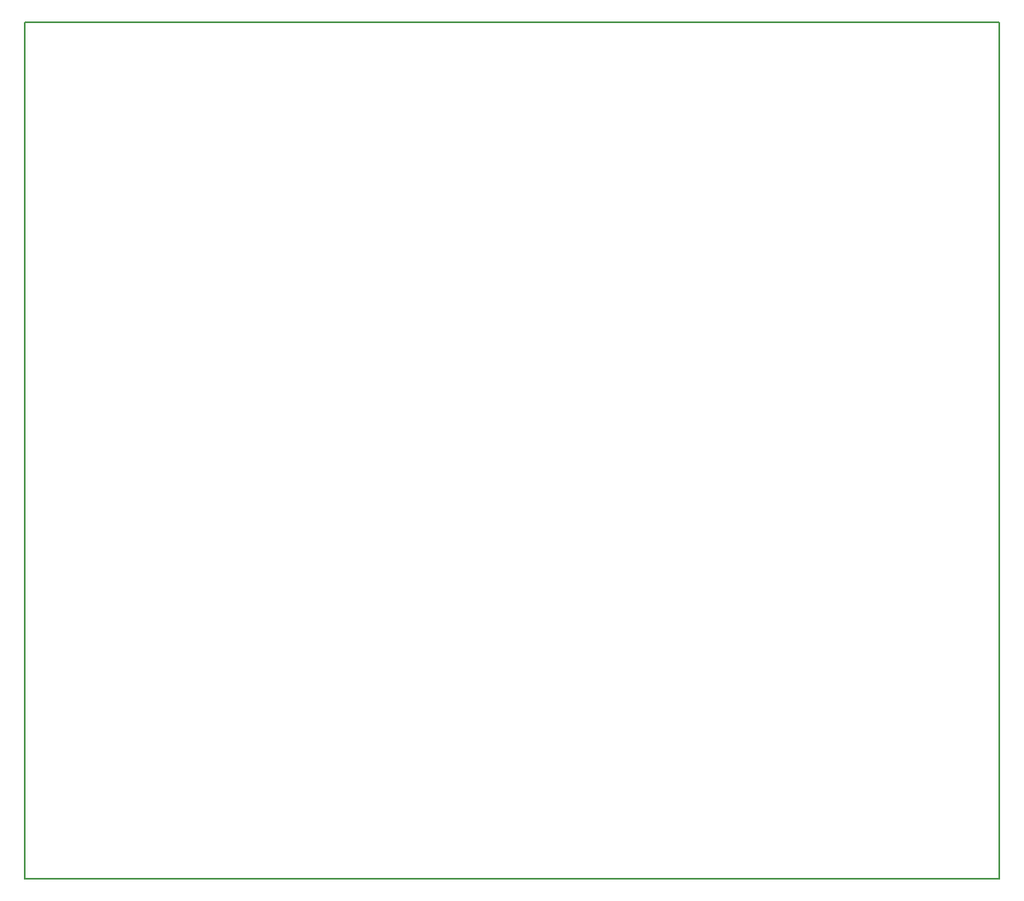
<source format=gbr>
G04 #@! TF.FileFunction,Profile,NP*
%FSLAX46Y46*%
G04 Gerber Fmt 4.6, Leading zero omitted, Abs format (unit mm)*
G04 Created by KiCad (PCBNEW 4.0.7) date 01/28/23 10:43:27*
%MOMM*%
%LPD*%
G01*
G04 APERTURE LIST*
%ADD10C,0.100000*%
%ADD11C,0.150000*%
G04 APERTURE END LIST*
D10*
D11*
X32000000Y-145000000D02*
X32000000Y-57000000D01*
X132000000Y-145000000D02*
X32000000Y-145000000D01*
X132000000Y-57000000D02*
X132000000Y-145000000D01*
X32000000Y-57000000D02*
X132000000Y-57000000D01*
M02*

</source>
